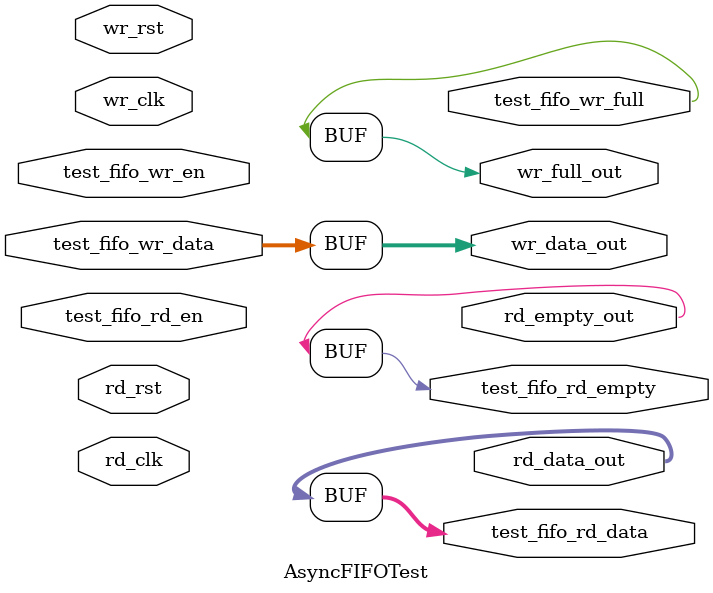
<source format=v>
module AsyncFIFOTest(
  input [0:0] wr_clk,
  input [0:0] wr_rst,
  input [0:0] rd_clk,
  input [0:0] rd_rst,
  input [15:0] test_fifo_wr_data,
  input [0:0] test_fifo_wr_en,
  input [0:0] test_fifo_rd_en,
  output [0:0] test_fifo_wr_full,
  output [15:0] test_fifo_rd_data,
  output [0:0] test_fifo_rd_empty,
  output [15:0] wr_data_out,
  output [15:0] rd_data_out,
  output [0:0] wr_full_out,
  output [0:0] rd_empty_out
);

  reg [5:0] test_fifo_wr_ptr;
  reg [5:0] test_fifo_rd_ptr;
  reg [5:0] test_fifo_wr_ptr_sync_sync_stage0;
  reg [5:0] test_fifo_wr_ptr_sync_sync_stage1;
  reg [5:0] test_fifo_rd_ptr_sync_sync_stage0;
  reg [5:0] test_fifo_rd_ptr_sync_sync_stage1;
  reg [15:0] test_fifo_mem [0:31];

  assign wr_data_out = test_fifo_wr_data;
  assign rd_data_out = test_fifo_rd_data;
  assign wr_full_out = test_fifo_wr_full;
  assign rd_empty_out = test_fifo_rd_empty;

  // Clock Domains:
  // - write: clk=wr_clk, rst=wr_rst
  // - read: clk=rd_clk, rst=rd_rst

  always @(posedge rd_clk) test_fifo_wr_ptr_sync_sync_stage0 <= test_fifo_wr_ptr;

  always @(posedge rd_clk) test_fifo_wr_ptr_sync_sync_stage1 <= test_fifo_wr_ptr_sync_sync_stage0;

  always @(posedge wr_clk) test_fifo_rd_ptr_sync_sync_stage0 <= test_fifo_rd_ptr;

  always @(posedge wr_clk) test_fifo_rd_ptr_sync_sync_stage1 <= test_fifo_rd_ptr_sync_sync_stage0;

  // AsyncFIFO test_fifo implementation

  // Memory: test_fifo_mem

  // Write enable: test_fifo_wr_en

  // Read enable: test_fifo_rd_en

  // Write pointer sync: test_fifo_wr_ptr_sync_sync_stage1

  // Read pointer sync: test_fifo_rd_ptr_sync_sync_stage1

endmodule

</source>
